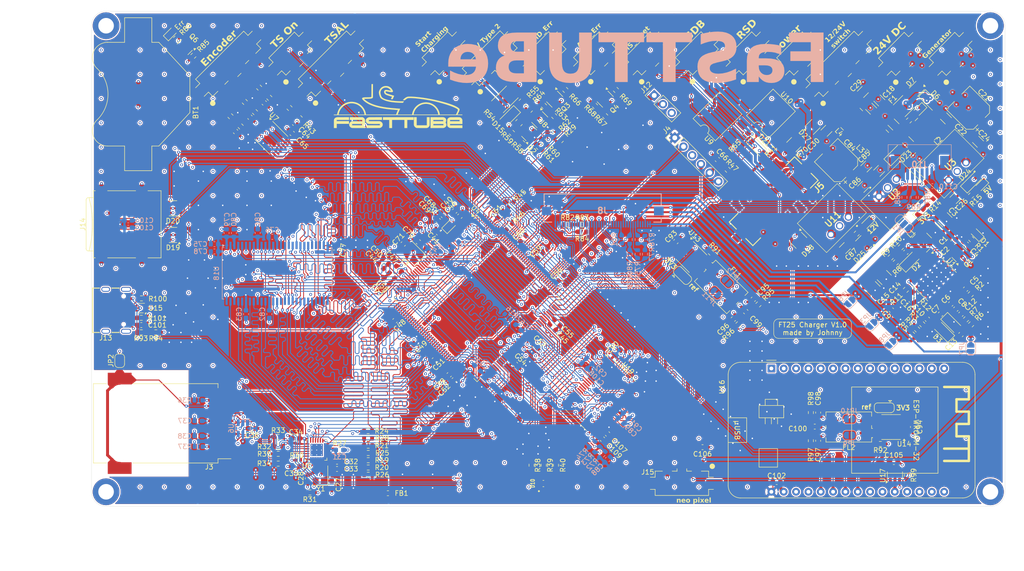
<source format=kicad_pcb>
(kicad_pcb
	(version 20241229)
	(generator "pcbnew")
	(generator_version "9.0")
	(general
		(thickness 1.6238)
		(legacy_teardrops no)
	)
	(paper "A4")
	(layers
		(0 "F.Cu" signal)
		(4 "In1.Cu" power)
		(6 "In2.Cu" power)
		(2 "B.Cu" signal)
		(9 "F.Adhes" user "F.Adhesive")
		(11 "B.Adhes" user "B.Adhesive")
		(13 "F.Paste" user)
		(15 "B.Paste" user)
		(5 "F.SilkS" user "F.Silkscreen")
		(7 "B.SilkS" user "B.Silkscreen")
		(1 "F.Mask" user)
		(3 "B.Mask" user)
		(17 "Dwgs.User" user "User.Drawings")
		(19 "Cmts.User" user "User.Comments")
		(21 "Eco1.User" user "User.Eco1")
		(23 "Eco2.User" user "User.Eco2")
		(25 "Edge.Cuts" user)
		(27 "Margin" user)
		(31 "F.CrtYd" user "F.Courtyard")
		(29 "B.CrtYd" user "B.Courtyard")
		(35 "F.Fab" user)
		(33 "B.Fab" user)
		(39 "User.1" user)
		(41 "User.2" user)
		(43 "User.3" user)
		(45 "User.4" user)
		(47 "User.5" user)
		(49 "User.6" user)
		(51 "User.7" user)
		(53 "User.8" user)
		(55 "User.9" user)
	)
	(setup
		(stackup
			(layer "F.SilkS"
				(type "Top Silk Screen")
			)
			(layer "F.Paste"
				(type "Top Solder Paste")
			)
			(layer "F.Mask"
				(type "Top Solder Mask")
				(thickness 0.01)
			)
			(layer "F.Cu"
				(type "copper")
				(thickness 0.035)
			)
			(layer "dielectric 1"
				(type "prepreg")
				(thickness 0.0994)
				(material "FR4")
				(epsilon_r 4.1)
				(loss_tangent 0.02)
			)
			(layer "In1.Cu"
				(type "copper")
				(thickness 0.035)
			)
			(layer "dielectric 2"
				(type "core")
				(thickness 1.265)
				(material "FR4")
				(epsilon_r 4.5)
				(loss_tangent 0.02)
			)
			(layer "In2.Cu"
				(type "copper")
				(thickness 0.035)
			)
			(layer "dielectric 3"
				(type "prepreg")
				(thickness 0.0994)
				(material "FR4")
				(epsilon_r 4.1)
				(loss_tangent 0.02)
			)
			(layer "B.Cu"
				(type "copper")
				(thickness 0.035)
			)
			(layer "B.Mask"
				(type "Bottom Solder Mask")
				(thickness 0.01)
			)
			(layer "B.Paste"
				(type "Bottom Solder Paste")
			)
			(layer "B.SilkS"
				(type "Bottom Silk Screen")
			)
			(copper_finish "None")
			(dielectric_constraints yes)
		)
		(pad_to_mask_clearance 0)
		(allow_soldermask_bridges_in_footprints no)
		(tenting front back)
		(pcbplotparams
			(layerselection 0x00000000_00000000_55555555_5755f5ff)
			(plot_on_all_layers_selection 0x00000000_00000000_00000000_00000000)
			(disableapertmacros no)
			(usegerberextensions no)
			(usegerberattributes yes)
			(usegerberadvancedattributes yes)
			(creategerberjobfile yes)
			(dashed_line_dash_ratio 12.000000)
			(dashed_line_gap_ratio 3.000000)
			(svgprecision 4)
			(plotframeref no)
			(mode 1)
			(useauxorigin no)
			(hpglpennumber 1)
			(hpglpenspeed 20)
			(hpglpendiameter 15.000000)
			(pdf_front_fp_property_popups yes)
			(pdf_back_fp_property_popups yes)
			(pdf_metadata yes)
			(pdf_single_document no)
			(dxfpolygonmode yes)
			(dxfimperialunits yes)
			(dxfusepcbnewfont yes)
			(psnegative no)
			(psa4output no)
			(plot_black_and_white yes)
			(plotinvisibletext no)
			(sketchpadsonfab no)
			(plotpadnumbers no)
			(hidednponfab no)
			(sketchdnponfab yes)
			(crossoutdnponfab yes)
			(subtractmaskfromsilk no)
			(outputformat 1)
			(mirror no)
			(drillshape 0)
			(scaleselection 1)
			(outputdirectory "Gerber/")
		)
	)
	(net 0 "")
	(net 1 "+3V3_FER")
	(net 2 "Earth")
	(net 3 "/Ethernet/LED_G")
	(net 4 "/Ethernet/LED_Y")
	(net 5 "GND")
	(net 6 "+3V3")
	(net 7 "+5V")
	(net 8 "/Power/3V3_Display")
	(net 9 "Net-(C5-Pad2)")
	(net 10 "Net-(U1-COMP)")
	(net 11 "Net-(U1-C1+)")
	(net 12 "Net-(U1-C1-)")
	(net 13 "Net-(U1-C2+)")
	(net 14 "Net-(U1-C2-)")
	(net 15 "Net-(U1-DRV)")
	(net 16 "Net-(U1-FB1)")
	(net 17 "Net-(U1-REF)")
	(net 18 "Net-(U1-VCOMIN)")
	(net 19 "+24V")
	(net 20 "Net-(U3-VI)")
	(net 21 "Net-(U2-VI)")
	(net 22 "/Peripherals/V_{ref2}")
	(net 23 "Net-(D1-A)")
	(net 24 "Net-(D15-K)")
	(net 25 "/IEC_Charging_Circuit/CP")
	(net 26 "/IEC_Charging_Circuit/PP")
	(net 27 "/Core/EV_Start_Charging")
	(net 28 "/Display/LCD_VGL")
	(net 29 "Net-(Q1-B)")
	(net 30 "Net-(Q2-G)")
	(net 31 "Net-(U1-FB3)")
	(net 32 "Net-(U1-FB2)")
	(net 33 "/IEC_Charging_Circuit/PWM_SENSE")
	(net 34 "/Core/Charging_Point_PWM")
	(net 35 "/Core/~{IMD_Error_LED}")
	(net 36 "/SDRAM/D9")
	(net 37 "/SDRAM/A11")
	(net 38 "/Core/~{AMS_Error_LED}")
	(net 39 "/SDRAM/D0")
	(net 40 "unconnected-(U4B-PC13-Pad8)")
	(net 41 "unconnected-(U4B-PD4-Pad146)")
	(net 42 "/Core/PCAP_RST")
	(net 43 "/Display/B5")
	(net 44 "unconnected-(U4B-PD13-Pad101)")
	(net 45 "/SDRAM/D14")
	(net 46 "/SDRAM/D2")
	(net 47 "/SDRAM/D4")
	(net 48 "/Core/OSC_in")
	(net 49 "/Core/SWCLK")
	(net 50 "unconnected-(U4B-PG3-Pad107)")
	(net 51 "/Display/R2")
	(net 52 "/SDRAM/A3")
	(net 53 "/SDRAM/D13")
	(net 54 "/Core/LCD_Reset")
	(net 55 "/Display/R0")
	(net 56 "/SDRAM/A2")
	(net 57 "/Display/R7")
	(net 58 "/Display/B4")
	(net 59 "/Core/AMS_Reset_in")
	(net 60 "/Core/AMS_Reset_out")
	(net 61 "/Core/SDC_out")
	(net 62 "/SDRAM/A0")
	(net 63 "unconnected-(U4B-PF8-Pad26)")
	(net 64 "/SDRAM/SDNE0")
	(net 65 "/Core/SWDIO")
	(net 66 "/SDRAM/A10")
	(net 67 "unconnected-(U4B-PH15-Pad130)")
	(net 68 "/Display/G0")
	(net 69 "/SDRAM/BA0")
	(net 70 "/Ethernet/RMII_TX_EN")
	(net 71 "/Core/NRST")
	(net 72 "/SDRAM/D12")
	(net 73 "/SDRAM/NBL0")
	(net 74 "/Display/B0")
	(net 75 "/Core/RMII_nRST")
	(net 76 "/Display/G2")
	(net 77 "/Display/R1")
	(net 78 "unconnected-(U4B-PI9-Pad11)")
	(net 79 "/SDRAM/SDNWE")
	(net 80 "/Ethernet/RMII_RXD1")
	(net 81 "/SDRAM/A9")
	(net 82 "/SDRAM/D11")
	(net 83 "unconnected-(U4B-PH12-Pad89)")
	(net 84 "/Display/DE")
	(net 85 "/Display/G3")
	(net 86 "/Display/CLK")
	(net 87 "/Peripherals/USART_RX")
	(net 88 "unconnected-(U4B-PD3-Pad145)")
	(net 89 "unconnected-(U4B-PI3-Pad134)")
	(net 90 "/Peripherals/USB_OTG_VBUS")
	(net 91 "/SDRAM/A4")
	(net 92 "/Display/B3")
	(net 93 "/Peripherals/SDMMC_D0")
	(net 94 "/SDRAM/D15")
	(net 95 "/SDRAM/D3")
	(net 96 "/Display/G4")
	(net 97 "/SDRAM/A7")
	(net 98 "unconnected-(U4E-PG2-Pad106)")
	(net 99 "Net-(U4F-BOOT0)")
	(net 100 "unconnected-(U4B-PD7-Pad151)")
	(net 101 "/Display/G7")
	(net 102 "/Core/LED_B")
	(net 103 "/Ethernet/RMII_MDIO")
	(net 104 "/Display/G1")
	(net 105 "/Display/R6")
	(net 106 "/SDRAM/D6")
	(net 107 "/SDRAM/A1")
	(net 108 "/SDRAM/D8")
	(net 109 "/Display/B6")
	(net 110 "/Display/R4")
	(net 111 "/Core/OSC_out")
	(net 112 "unconnected-(U4B-PF6-Pad24)")
	(net 113 "/SDRAM/A5")
	(net 114 "/Display/G6")
	(net 115 "/Peripherals/ESP_RX")
	(net 116 "unconnected-(U4B-PF9-Pad27)")
	(net 117 "/Display/G5")
	(net 118 "/Core/LED_G")
	(net 119 "/Display/R5")
	(net 120 "unconnected-(U4B-PF7-Pad25)")
	(net 121 "/Ethernet/RMII_TXD1")
	(net 122 "/SDRAM/D5")
	(net 123 "/Peripherals/SDMMC_CMD")
	(net 124 "/SDRAM/D1")
	(net 125 "Net-(U4A-VREF+)")
	(net 126 "/Display/B1")
	(net 127 "/Display/B7")
	(net 128 "unconnected-(U4B-PD11-Pad99)")
	(net 129 "/Ethernet/RMII_MDC")
	(net 130 "unconnected-(U4B-PD12-Pad100)")
	(net 131 "/Core/OSC32_in")
	(net 132 "/SDRAM/SDCLK")
	(net 133 "/Peripherals/USART_TX")
	(net 134 "unconnected-(U4B-PA10-Pad121)")
	(net 135 "/Core/LED_R")
	(net 136 "/SDRAM/SDCKE0")
	(net 137 "/Ethernet/RMII_RXD0")
	(net 138 "unconnected-(U4B-PH11-Pad88)")
	(net 139 "/Ethernet/RMII_CRS_DV")
	(net 140 "/Core/TRACESWO")
	(net 141 "/Display/HSYNC")
	(net 142 "/Ethernet/RMII_TXD0")
	(net 143 "/SDRAM/D10")
	(net 144 "/SDRAM/SDNCAS")
	(net 145 "/Display/R3")
	(net 146 "/Core/OSC32_out")
	(net 147 "/Display/VSYNC")
	(net 148 "/SDRAM/D7")
	(net 149 "unconnected-(U4B-PG9-Pad152)")
	(net 150 "/SDRAM/BA1")
	(net 151 "/SDRAM/SDNRAS")
	(net 152 "/SDRAM/A6")
	(net 153 "/SDRAM/NBL1")
	(net 154 "/Display/B2")
	(net 155 "/Ethernet/RMII_REF_CLK")
	(net 156 "/SDRAM/A8")
	(net 157 "unconnected-(U4B-PB2-Pad58)")
	(net 158 "/Ethernet/XTAL2")
	(net 159 "/Ethernet/XTAL1")
	(net 160 "/Peripherals/ESP_TX")
	(net 161 "/Peripherals/STM_CAN_TX")
	(net 162 "/Peripherals/STM_CAN_RX")
	(net 163 "/Peripherals/SDMMC_CK")
	(net 164 "/Peripherals/ESP_CAN_RX")
	(net 165 "/SDC_and_SCS/RSD_in")
	(net 166 "/SDC_and_SCS/RSD_out")
	(net 167 "/Peripherals/ESP_CAN_TX")
	(net 168 "/Display/LCD_VGH")
	(net 169 "Net-(D5-A)")
	(net 170 "Net-(D9-A)")
	(net 171 "/Core/SDC_in")
	(net 172 "Net-(Q3-G)")
	(net 173 "Net-(Q4-G)")
	(net 174 "/Core/SDC_enable")
	(net 175 "/Display/I2C_SDA")
	(net 176 "/Display/I2C_SCL")
	(net 177 "/Display/LCD_SELB")
	(net 178 "VDD")
	(net 179 "/Display/LCD_STBYB")
	(net 180 "Net-(J1-Pin_1)")
	(net 181 "/Display/LCD_U{slash}D")
	(net 182 "/Display/LCD_L{slash}R")
	(net 183 "/Display/RXIN0-")
	(net 184 "/Display/RXCLKIN+")
	(net 185 "/Display/RXIN0+")
	(net 186 "/Display/RXIN2-")
	(net 187 "/Display/RXIN1-")
	(net 188 "/Display/RXIN2+")
	(net 189 "/Display/RXIN3+")
	(net 190 "/Display/RXIN3-")
	(net 191 "/Display/RXIN1+")
	(net 192 "/Display/RXCLKIN-")
	(net 193 "Net-(J2-Pin_1)")
	(net 194 "Net-(U4F-PDR_ON)")
	(net 195 "/Peripherals/SDMMC_D1")
	(net 196 "/Peripherals/SDMMC_D2")
	(net 197 "/Peripherals/SDMMC_D3")
	(net 198 "/Core/SDC_Voltage")
	(net 199 "/Core/TSAL_Green")
	(net 200 "/Core/TS_on")
	(net 201 "/Peripherals/USB_OTG_DP")
	(net 202 "/Peripherals/USB_OTG_DN")
	(net 203 "/Peripherals/D-")
	(net 204 "/Peripherals/D+")
	(net 205 "/Core/PCAP_Int")
	(net 206 "/Display/LCD_VDD")
	(net 207 "/Core/Encoder_push")
	(net 208 "/Core/Encoder_A")
	(net 209 "/Core/Encoder_B")
	(net 210 "/Ethernet/RXN")
	(net 211 "/Ethernet/TXN")
	(net 212 "/Ethernet/RXP")
	(net 213 "/Ethernet/TXP")
	(net 214 "/Core/SDC_on")
	(net 215 "/Core/EncB_on")
	(net 216 "/Core/EncPush_on")
	(net 217 "/Core/EncA_on")
	(net 218 "Net-(D16-A)")
	(net 219 "Net-(D16-K)")
	(net 220 "Net-(D17-K)")
	(net 221 "Net-(D17-A)")
	(net 222 "/Display/LCD_AVDD")
	(net 223 "/Display/VCOM")
	(net 224 "Net-(D7-K)")
	(net 225 "unconnected-(U4B-PH9-Pad86)")
	(net 226 "unconnected-(U4B-PH6-Pad83)")
	(net 227 "unconnected-(U4B-PH7-Pad84)")
	(net 228 "Net-(D3-A)")
	(net 229 "Net-(J13-CC2)")
	(net 230 "Net-(U5-VDDCR)")
	(net 231 "Net-(C39-Pad1)")
	(net 232 "Net-(C64-Pad1)")
	(net 233 "Net-(C67-Pad1)")
	(net 234 "Net-(C72-Pad1)")
	(net 235 "Net-(C73-Pad1)")
	(net 236 "Net-(U15-VBUS)")
	(net 237 "Net-(D2-A)")
	(net 238 "Net-(D8-A)")
	(net 239 "Net-(D10-BK)")
	(net 240 "Net-(D10-GK)")
	(net 241 "Net-(D10-RK)")
	(net 242 "Net-(JP12-B)")
	(net 243 "Net-(JP11-B)")
	(net 244 "Net-(JP9-B)")
	(net 245 "Net-(JP10-B)")
	(net 246 "Net-(Q6-G)")
	(net 247 "Net-(J3-Pad11)")
	(net 248 "Net-(J3-Pad2)")
	(net 249 "unconnected-(J3-NC-Pad9)")
	(net 250 "Net-(J5-Pin_2)")
	(net 251 "Net-(J13-CC1)")
	(net 252 "unconnected-(J13-SBU2-PadB8)")
	(net 253 "unconnected-(J13-SBU1-PadA8)")
	(net 254 "Net-(Q2-D)")
	(net 255 "Net-(R29-Pad1)")
	(net 256 "Net-(J15-Pin_2)")
	(net 257 "Net-(JP4-C)")
	(net 258 "Net-(JP5-C)")
	(net 259 "Net-(R3-Pad2)")
	(net 260 "Net-(R8-Pad2)")
	(net 261 "/Peripherals/V_{ref1}")
	(net 262 "Net-(U5-RXD0{slash}MODE0)")
	(net 263 "Net-(U5-RXD1{slash}MODE1)")
	(net 264 "Net-(U5-CRS_DV{slash}MODE2)")
	(net 265 "Net-(U5-~{INT}{slash}REFCLKO)")
	(net 266 "Net-(U5-RXER{slash}PHYAD0)")
	(net 267 "Net-(U5-RBIAS)")
	(net 268 "Net-(U8--)")
	(net 269 "Net-(R65-Pad1)")
	(net 270 "Net-(R70-Pad2)")
	(net 271 "V_{In}")
	(net 272 "Net-(R75-Pad2)")
	(net 273 "Net-(U13-Rs)")
	(net 274 "Net-(U14-Rs)")
	(net 275 "Net-(U16-D21)")
	(net 276 "unconnected-(U7-Pad12)")
	(net 277 "unconnected-(U7-Pad10)")
	(net 278 "unconnected-(U9-Pad3)")
	(net 279 "unconnected-(U10-Pad3)")
	(net 280 "unconnected-(U10-Pad5)")
	(net 281 "unconnected-(U16-D26-Pad7)")
	(net 282 "unconnected-(U16-D2-Pad27)")
	(net 283 "unconnected-(U16-VIN-Pad1)")
	(net 284 "unconnected-(U16-D34-Pad12)")
	(net 285 "unconnected-(U16-D39{slash}VN-Pad13)")
	(net 286 "unconnected-(U16-D19-Pad21)")
	(net 287 "unconnected-(U16-D36{slash}VP-Pad14)")
	(net 288 "unconnected-(U16-TX0{slash}D1-Pad18)")
	(net 289 "unconnected-(U16-D14-Pad5)")
	(net 290 "unconnected-(U16-D25-Pad8)")
	(net 291 "unconnected-(U16-D15-Pad28)")
	(net 292 "unconnected-(U16-D13-Pad3)")
	(net 293 "unconnected-(U16-D23-Pad16)")
	(net 294 "unconnected-(U16-D27-Pad6)")
	(net 295 "unconnected-(U16-EN-Pad15)")
	(net 296 "unconnected-(U16-D33-Pad9)")
	(net 297 "unconnected-(U16-D22-Pad17)")
	(net 298 "unconnected-(U16-D35-Pad11)")
	(net 299 "unconnected-(U16-D18-Pad22)")
	(net 300 "unconnected-(U16-D12-Pad4)")
	(net 301 "unconnected-(U16-D32-Pad10)")
	(net 302 "unconnected-(U16-RX0{slash}D3-Pad19)")
	(net 303 "unconnected-(U17-NC-Pad1)")
	(net 304 "Net-(BT1-+)")
	(net 305 "VBAT")
	(net 306 "Net-(D22-A)")
	(net 307 "Net-(U4E-PG8)")
	(net 308 "unconnected-(U18-NC-Pad40)")
	(net 309 "unconnected-(U18-NC-Pad36)")
	(net 310 "Net-(U11-VI)")
	(net 311 "Net-(D25-K)")
	(net 312 "Net-(D26-A)")
	(net 313 "+12V")
	(net 314 "unconnected-(J8-Pin_37-Pad37)")
	(net 315 "unconnected-(J8-Pin_23-Pad23)")
	(net 316 "unconnected-(J8-Pin_26-Pad26)")
	(net 317 "Net-(J8-Pin_35)")
	(net 318 "unconnected-(J8-Pin_27-Pad27)")
	(net 319 "unconnected-(J8-Pin_24-Pad24)")
	(net 320 "Net-(J8-Pin_38)")
	(net 321 "unconnected-(J8-Pin_4-Pad4)")
	(net 322 "Net-(J8-Pin_29)")
	(net 323 "Net-(J8-Pin_1)")
	(net 324 "unconnected-(J8-Pin_36-Pad36)")
	(net 325 "Net-(U19-CLKSEL)")
	(net 326 "Net-(U19-~{SHTDN})")
	(net 327 "Net-(R76-Pad2)")
	(net 328 "/Core/CAN+")
	(net 329 "/Core/CAN-")
	(net 330 "Net-(R43-Pad2)")
	(footprint "Capacitor_SMD:C_1206_3216Metric" (layer "F.Cu") (at 218.05 68.997055 -45))
	(footprint "Capacitor_SMD:C_0603_1608Metric" (layer "F.Cu") (at 217.599138 91.659104 45))
	(footprint "Package_SO:SOIC-8_3.9x4.9mm_P1.27mm" (layer "F.Cu") (at 214.55 127.660001 180))
	(footprint "Resistor_SMD:R_0603_1608Metric" (layer "F.Cu") (at 106.95 137.5))
	(footprint "Capacitor_SMD:C_0603_1608Metric" (layer "F.Cu") (at 158.3 112.25 45))
	(footprint "Capacitor_SMD:C_1206_3216Metric" (layer "F.Cu") (at 232.45 68.897055 -45))
	(footprint "Capacitor_SMD:C_0603_1608Metric" (layer "F.Cu") (at 91.3 67.197055 135))
	(footprint "Capacitor_SMD:C_0603_1608Metric" (layer "F.Cu") (at 218.670709 101.512049 -45))
	(footprint "Charger:ESP32-WROOM-32-DevKit-30Pin" (layer "F.Cu") (at 189.92 115.6 -90))
	(footprint "LED_SMD:LED_0603_1608Metric" (layer "F.Cu") (at 66.35 46.55 45))
	(footprint "Inductor_SMD:L_Wuerth_WE-PD2-Typ-MS" (layer "F.Cu") (at 211.8 68.697055 -45))
	(footprint "Package_TO_SOT_SMD:SOT-23-3" (layer "F.Cu") (at 155.728751 60.125806 -45))
	(footprint "Resistor_SMD:R_0603_1608Metric" (layer "F.Cu") (at 88.425 131.675 180))
	(footprint "Package_DIP:SMDIP-6_W9.53mm" (layer "F.Cu") (at 178.828751 63.675806 135))
	(footprint "FaSTTUBe_connectors:Micro_Mate-N-Lok_2p_vertical" (layer "F.Cu") (at 226.8 50.8 -135))
	(footprint "Resistor_SMD:R_0603_1608Metric" (layer "F.Cu") (at 187.260986 102.407037 45))
	(footprint "Resistor_SMD:R_0603_1608Metric" (layer "F.Cu") (at 60.2725 101.16 180))
	(footprint "Diode_SMD:D_SOD-123" (layer "F.Cu") (at 222.6 60.547055 -45))
	(footprint "Package_SO:TSSOP-56_6.1x14mm_P0.5mm" (layer "F.Cu") (at 154.773231 121.177037 -45))
	(footprint "Inductor_SMD:L_0603_1608Metric" (layer "F.Cu") (at 111 141.3 180))
	(footprint "Resistor_SMD:R_0603_1608Metric" (layer "F.Cu") (at 60.2475 108.16))
	(footprint "Inductor_SMD:L_Wuerth_WE-PD2-Typ-MS" (layer "F.Cu") (at 221.75 66.297055 45))
	(footprint "LED_SMD:LED_0603_1608Metric" (layer "F.Cu") (at 220.356847 62.390208 -135))
	(footprint "Capacitor_SMD:CP_Elec_6.3x7.7" (layer "F.Cu") (at 230.75 62.247055 135))
	(footprint "Capacitor_SMD:C_0603_1608Metric" (layer "F.Cu") (at 199.55 124.685001 90))
	(footprint "LED_SMD:LED_0603_1608Metric"
		(layer "F.Cu")
		(uuid "1f34baa5-2d47-413a-acd2-7464f5d472f5")
		(at 232.120709 87.912049 135)
		(descr "LED SMD 0603 (1608 Metric), square (rectangular) end terminal, IPC_7351 nominal, (Body size source: http://www.tortai-tech.com/upload/download/2011102023233369053.pdf), generated with kicad-footprint-generator")
		(tags "LED")
		(property "Reference" "D1"
			(at -2.439518 0.035355 135)
			(layer "F.SilkS")
			(uuid "89b09451-c746-4b6c-af57-954da90da0bd")
			(effects
				(font
					(size 1 1)
					(thickness 0.15)
				)
			)
		)
		(property "Value" "LED"
			(at 0 1.43 135)
			(layer "F.Fab")
			(uuid "36dbd8d7-c542-4e2f-a50d-e2c354c80ccd")
			(effects
				(font
					(size 1 1)
					(thickness 0.15)
				)
			)
		)
		(property "Datasheet" ""
			(at 0 0 135)
			(unlocked yes)
			(layer "F.Fab")
			(hide yes)
			(uuid "0eaaacc7-8ef7-43c3-8116-775b34855269")
			(effects
				(font
					(size 1.27 1.27)
					(thickness 0.15)
				)
			)
		)
		(property "Description" ""
			(at 0 0 135)
			(unlocked yes)
			(layer "F.Fab")
			(hide yes)
			(uuid "41583d99-75b9-47ec-ab06-3440d63eda37")
			(effects
				(font
					(size 1.27 1.27)
					(thickness 0.15)
				)
			)
		)
		(property ki_fp_filters "LED* LED_SMD:* LED_THT:*")
		(path "/91c9895f-7dce-429f-866f-2980d966c967/f4877ad5-fef9-44e7-b1f1-a2ec8ac204bf")
		(sheetname "/Power/")
		(sheetfile "Power.kicad_sch")
		(attr smd)
		(fp_line
			(start 0.8 -0.735)
			(end -1.485 -0.735)
			(stroke
				(width 0.12)
				(type solid)
			)
			(layer "F.SilkS")
			(uuid "9acb9f3c-221c-4c1c-aa92-68df2cc6c783")
		)
		(fp_line
			(start -1.485 -0.735)
			(end -1.485 0.735)
			(stroke
				(width 0.12)
				(type solid)
			)
			(layer "F.SilkS")
			(uuid "fc27798f-bfe9-44b8-8458-a21c50e8c785")
		)
		(fp_line
			(start -1.485 0.735)
			(end 0.8 0.735)
			(stroke
				(width 0.12)
				(type solid)
			)
			(layer "F.SilkS")
			(uuid "a4c512c7-ab45-4ce5-87d9-f6ed13720958")
		)
		(fp_line
			(start 1.48 -0.73)
			(end 1.48 0.73)
			(stroke
				(width 0.05)
				(type solid)
			)
			(layer "F.CrtYd")
			(uuid "425bb85f-1488-4c44-a540-390a3e41c9bd")
		)
		(fp_line
			(start 1.48 0.73)
			(end -1.48 0.73)
			(stroke
				(width 0.05)
				(type solid)
			)
			(layer "F.CrtYd")
			(uuid "f4cb1cf5-fc55-4c1a-954d-f3c599ef0e5a")
		)
		(fp_line
			(start -1.48 -0.73)
			(end 1.48 -0.73)
			(stroke
				(width 0.05)
				(type solid)
			)
			(layer "F.CrtYd")
			(uuid "7a5a1f17-b441-4dfa-9a17-b1f4568b7f67")
		)
		(fp_line
			(start -1.48 0.73)
			(end -1.48 -0.73)
			(stroke
				(width 0.05)
				(type solid)
			)
			(layer "F.CrtYd")
			(uuid "77860eb3-ded6-4efe-9576-1a03c290c190")
		)
		(fp_line
			(start 0.8 -0.4)
			(end -0.5 -0.4)
			(stroke
				(width 0.1)
				(type solid)
			)
			(layer "F.Fab")
			(uuid "ac469250-b267-4244-ba44-2adac400479a")
		)
		(fp_line
			(start 0.8 0.4)
			(end 0.8 -0.4)
			(stroke
				(width 0.1)
				(type solid)
			)
			(layer "F.Fab")
			(uuid "012faa27-9803-455a-9472-4321983d8e06")
		)
		(fp_line
			(start -0.5 -0.4)
			(end -0.8
... [9872561 chars truncated]
</source>
